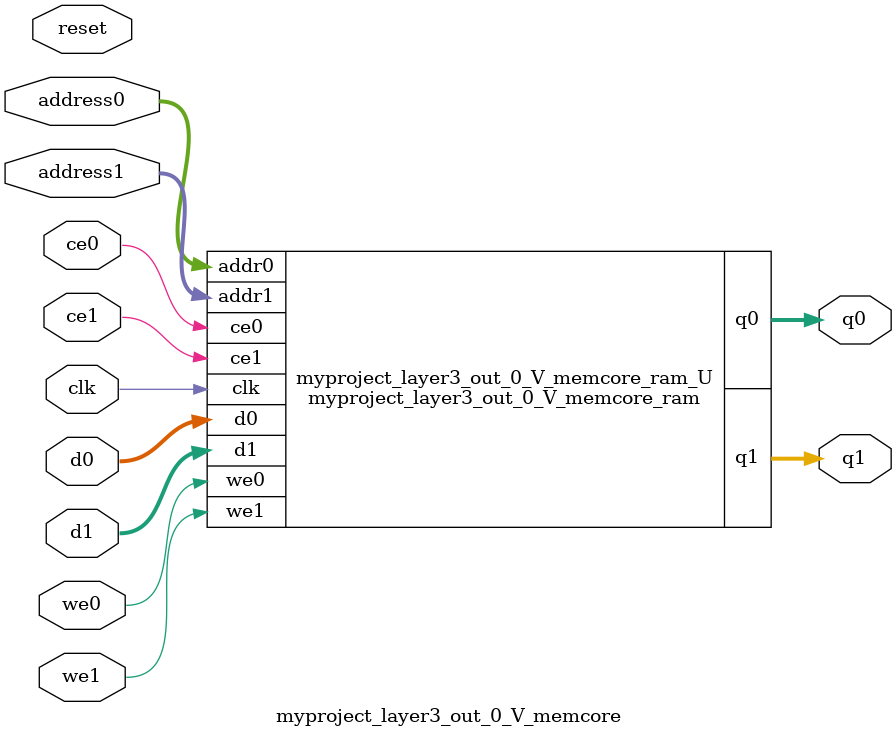
<source format=v>

`timescale 1 ns / 1 ps
module myproject_layer3_out_0_V_memcore_ram (addr0, ce0, d0, we0, q0, addr1, ce1, d1, we1, q1,  clk);

parameter DWIDTH = 15;
parameter AWIDTH = 13;
parameter MEM_SIZE = 5696;

input[AWIDTH-1:0] addr0;
input ce0;
input[DWIDTH-1:0] d0;
input we0;
output reg[DWIDTH-1:0] q0;
input[AWIDTH-1:0] addr1;
input ce1;
input[DWIDTH-1:0] d1;
input we1;
output reg[DWIDTH-1:0] q1;
input clk;

(* ram_style = "block" *)reg [DWIDTH-1:0] ram[0:MEM_SIZE-1];




always @(posedge clk)  
begin 
    if (ce0) 
    begin
        if (we0) 
        begin 
            ram[addr0] <= d0; 
            q0 <= d0;
        end 
        else 
            q0 <= ram[addr0];
    end
end


always @(posedge clk)  
begin 
    if (ce1) 
    begin
        if (we1) 
        begin 
            ram[addr1] <= d1; 
            q1 <= d1;
        end 
        else 
            q1 <= ram[addr1];
    end
end


endmodule


`timescale 1 ns / 1 ps
module myproject_layer3_out_0_V_memcore(
    reset,
    clk,
    address0,
    ce0,
    we0,
    d0,
    q0,
    address1,
    ce1,
    we1,
    d1,
    q1);

parameter DataWidth = 32'd15;
parameter AddressRange = 32'd5696;
parameter AddressWidth = 32'd13;
input reset;
input clk;
input[AddressWidth - 1:0] address0;
input ce0;
input we0;
input[DataWidth - 1:0] d0;
output[DataWidth - 1:0] q0;
input[AddressWidth - 1:0] address1;
input ce1;
input we1;
input[DataWidth - 1:0] d1;
output[DataWidth - 1:0] q1;



myproject_layer3_out_0_V_memcore_ram myproject_layer3_out_0_V_memcore_ram_U(
    .clk( clk ),
    .addr0( address0 ),
    .ce0( ce0 ),
    .we0( we0 ),
    .d0( d0 ),
    .q0( q0 ),
    .addr1( address1 ),
    .ce1( ce1 ),
    .we1( we1 ),
    .d1( d1 ),
    .q1( q1 ));

endmodule


</source>
